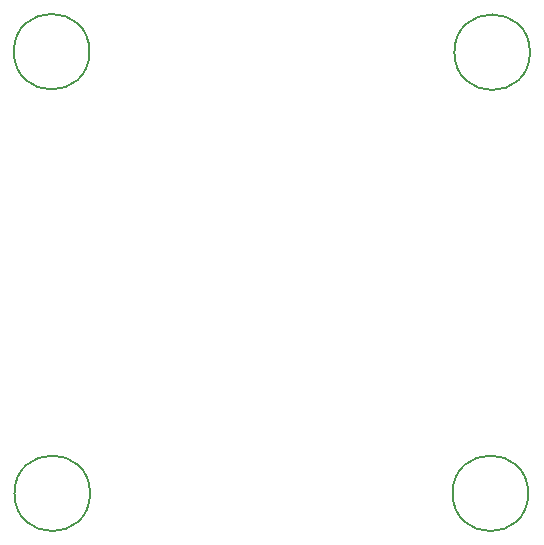
<source format=gbr>
%TF.GenerationSoftware,KiCad,Pcbnew,8.0.3-unknown-202406242120~006f0a95c1~ubuntu22.04.1*%
%TF.CreationDate,2024-06-25T16:46:03+05:30*%
%TF.ProjectId,SDR-Board,5344522d-426f-4617-9264-2e6b69636164,rev?*%
%TF.SameCoordinates,Original*%
%TF.FileFunction,Other,Comment*%
%FSLAX46Y46*%
G04 Gerber Fmt 4.6, Leading zero omitted, Abs format (unit mm)*
G04 Created by KiCad (PCBNEW 8.0.3-unknown-202406242120~006f0a95c1~ubuntu22.04.1) date 2024-06-25 16:46:03*
%MOMM*%
%LPD*%
G01*
G04 APERTURE LIST*
%ADD10C,0.150000*%
G04 APERTURE END LIST*
D10*
%TO.C,H4*%
X135152944Y-94697056D02*
G75*
G02*
X128752944Y-94697056I-3200000J0D01*
G01*
X128752944Y-94697056D02*
G75*
G02*
X135152944Y-94697056I3200000J0D01*
G01*
%TO.C,H2*%
X98002944Y-57302944D02*
G75*
G02*
X91602944Y-57302944I-3200000J0D01*
G01*
X91602944Y-57302944D02*
G75*
G02*
X98002944Y-57302944I3200000J0D01*
G01*
%TO.C,H1*%
X135300000Y-57350000D02*
G75*
G02*
X128900000Y-57350000I-3200000J0D01*
G01*
X128900000Y-57350000D02*
G75*
G02*
X135300000Y-57350000I3200000J0D01*
G01*
%TO.C,H3*%
X98052944Y-94697056D02*
G75*
G02*
X91652944Y-94697056I-3200000J0D01*
G01*
X91652944Y-94697056D02*
G75*
G02*
X98052944Y-94697056I3200000J0D01*
G01*
%TD*%
M02*

</source>
